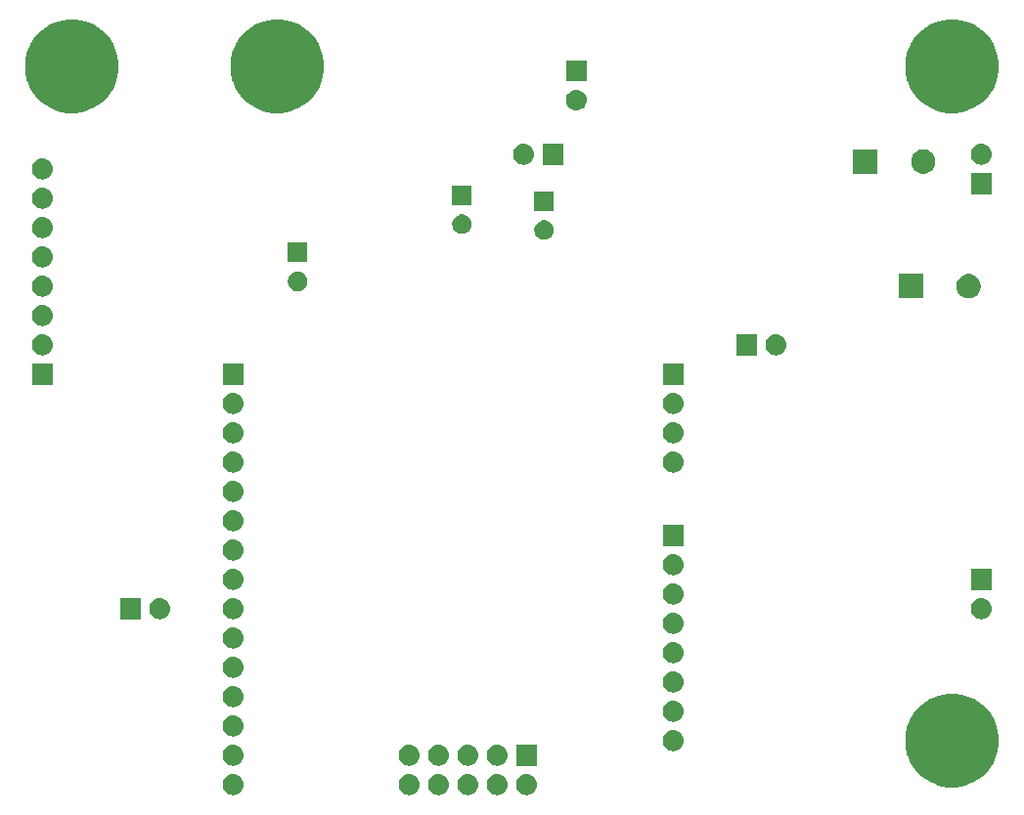
<source format=gbr>
G04 #@! TF.GenerationSoftware,KiCad,Pcbnew,(5.1.4)-1*
G04 #@! TF.CreationDate,2020-01-10T00:36:40-06:00*
G04 #@! TF.ProjectId,Capstone,43617073-746f-46e6-952e-6b696361645f,rev?*
G04 #@! TF.SameCoordinates,Original*
G04 #@! TF.FileFunction,Soldermask,Bot*
G04 #@! TF.FilePolarity,Negative*
%FSLAX46Y46*%
G04 Gerber Fmt 4.6, Leading zero omitted, Abs format (unit mm)*
G04 Created by KiCad (PCBNEW (5.1.4)-1) date 2020-01-10 00:36:40*
%MOMM*%
%LPD*%
G04 APERTURE LIST*
%ADD10C,0.100000*%
G04 APERTURE END LIST*
D10*
G36*
X130920442Y-161665518D02*
G01*
X130986627Y-161672037D01*
X131156466Y-161723557D01*
X131312991Y-161807222D01*
X131348729Y-161836552D01*
X131450186Y-161919814D01*
X131505579Y-161987312D01*
X131562778Y-162057009D01*
X131646443Y-162213534D01*
X131697963Y-162383373D01*
X131715359Y-162560000D01*
X131697963Y-162736627D01*
X131646443Y-162906466D01*
X131562778Y-163062991D01*
X131533448Y-163098729D01*
X131450186Y-163200186D01*
X131348729Y-163283448D01*
X131312991Y-163312778D01*
X131156466Y-163396443D01*
X130986627Y-163447963D01*
X130920442Y-163454482D01*
X130854260Y-163461000D01*
X130765740Y-163461000D01*
X130699558Y-163454482D01*
X130633373Y-163447963D01*
X130463534Y-163396443D01*
X130307009Y-163312778D01*
X130271271Y-163283448D01*
X130169814Y-163200186D01*
X130086552Y-163098729D01*
X130057222Y-163062991D01*
X129973557Y-162906466D01*
X129922037Y-162736627D01*
X129904641Y-162560000D01*
X129922037Y-162383373D01*
X129973557Y-162213534D01*
X130057222Y-162057009D01*
X130114421Y-161987312D01*
X130169814Y-161919814D01*
X130271271Y-161836552D01*
X130307009Y-161807222D01*
X130463534Y-161723557D01*
X130633373Y-161672037D01*
X130699558Y-161665518D01*
X130765740Y-161659000D01*
X130854260Y-161659000D01*
X130920442Y-161665518D01*
X130920442Y-161665518D01*
G37*
G36*
X128380442Y-161665518D02*
G01*
X128446627Y-161672037D01*
X128616466Y-161723557D01*
X128772991Y-161807222D01*
X128808729Y-161836552D01*
X128910186Y-161919814D01*
X128965579Y-161987312D01*
X129022778Y-162057009D01*
X129106443Y-162213534D01*
X129157963Y-162383373D01*
X129175359Y-162560000D01*
X129157963Y-162736627D01*
X129106443Y-162906466D01*
X129022778Y-163062991D01*
X128993448Y-163098729D01*
X128910186Y-163200186D01*
X128808729Y-163283448D01*
X128772991Y-163312778D01*
X128616466Y-163396443D01*
X128446627Y-163447963D01*
X128380442Y-163454482D01*
X128314260Y-163461000D01*
X128225740Y-163461000D01*
X128159558Y-163454482D01*
X128093373Y-163447963D01*
X127923534Y-163396443D01*
X127767009Y-163312778D01*
X127731271Y-163283448D01*
X127629814Y-163200186D01*
X127546552Y-163098729D01*
X127517222Y-163062991D01*
X127433557Y-162906466D01*
X127382037Y-162736627D01*
X127364641Y-162560000D01*
X127382037Y-162383373D01*
X127433557Y-162213534D01*
X127517222Y-162057009D01*
X127574421Y-161987312D01*
X127629814Y-161919814D01*
X127731271Y-161836552D01*
X127767009Y-161807222D01*
X127923534Y-161723557D01*
X128093373Y-161672037D01*
X128159558Y-161665518D01*
X128225740Y-161659000D01*
X128314260Y-161659000D01*
X128380442Y-161665518D01*
X128380442Y-161665518D01*
G37*
G36*
X105520442Y-161665518D02*
G01*
X105586627Y-161672037D01*
X105756466Y-161723557D01*
X105912991Y-161807222D01*
X105948729Y-161836552D01*
X106050186Y-161919814D01*
X106105579Y-161987312D01*
X106162778Y-162057009D01*
X106246443Y-162213534D01*
X106297963Y-162383373D01*
X106315359Y-162560000D01*
X106297963Y-162736627D01*
X106246443Y-162906466D01*
X106162778Y-163062991D01*
X106133448Y-163098729D01*
X106050186Y-163200186D01*
X105948729Y-163283448D01*
X105912991Y-163312778D01*
X105756466Y-163396443D01*
X105586627Y-163447963D01*
X105520442Y-163454482D01*
X105454260Y-163461000D01*
X105365740Y-163461000D01*
X105299558Y-163454482D01*
X105233373Y-163447963D01*
X105063534Y-163396443D01*
X104907009Y-163312778D01*
X104871271Y-163283448D01*
X104769814Y-163200186D01*
X104686552Y-163098729D01*
X104657222Y-163062991D01*
X104573557Y-162906466D01*
X104522037Y-162736627D01*
X104504641Y-162560000D01*
X104522037Y-162383373D01*
X104573557Y-162213534D01*
X104657222Y-162057009D01*
X104714421Y-161987312D01*
X104769814Y-161919814D01*
X104871271Y-161836552D01*
X104907009Y-161807222D01*
X105063534Y-161723557D01*
X105233373Y-161672037D01*
X105299558Y-161665518D01*
X105365740Y-161659000D01*
X105454260Y-161659000D01*
X105520442Y-161665518D01*
X105520442Y-161665518D01*
G37*
G36*
X125840442Y-161665518D02*
G01*
X125906627Y-161672037D01*
X126076466Y-161723557D01*
X126232991Y-161807222D01*
X126268729Y-161836552D01*
X126370186Y-161919814D01*
X126425579Y-161987312D01*
X126482778Y-162057009D01*
X126566443Y-162213534D01*
X126617963Y-162383373D01*
X126635359Y-162560000D01*
X126617963Y-162736627D01*
X126566443Y-162906466D01*
X126482778Y-163062991D01*
X126453448Y-163098729D01*
X126370186Y-163200186D01*
X126268729Y-163283448D01*
X126232991Y-163312778D01*
X126076466Y-163396443D01*
X125906627Y-163447963D01*
X125840442Y-163454482D01*
X125774260Y-163461000D01*
X125685740Y-163461000D01*
X125619558Y-163454482D01*
X125553373Y-163447963D01*
X125383534Y-163396443D01*
X125227009Y-163312778D01*
X125191271Y-163283448D01*
X125089814Y-163200186D01*
X125006552Y-163098729D01*
X124977222Y-163062991D01*
X124893557Y-162906466D01*
X124842037Y-162736627D01*
X124824641Y-162560000D01*
X124842037Y-162383373D01*
X124893557Y-162213534D01*
X124977222Y-162057009D01*
X125034421Y-161987312D01*
X125089814Y-161919814D01*
X125191271Y-161836552D01*
X125227009Y-161807222D01*
X125383534Y-161723557D01*
X125553373Y-161672037D01*
X125619558Y-161665518D01*
X125685740Y-161659000D01*
X125774260Y-161659000D01*
X125840442Y-161665518D01*
X125840442Y-161665518D01*
G37*
G36*
X120760442Y-161665518D02*
G01*
X120826627Y-161672037D01*
X120996466Y-161723557D01*
X121152991Y-161807222D01*
X121188729Y-161836552D01*
X121290186Y-161919814D01*
X121345579Y-161987312D01*
X121402778Y-162057009D01*
X121486443Y-162213534D01*
X121537963Y-162383373D01*
X121555359Y-162560000D01*
X121537963Y-162736627D01*
X121486443Y-162906466D01*
X121402778Y-163062991D01*
X121373448Y-163098729D01*
X121290186Y-163200186D01*
X121188729Y-163283448D01*
X121152991Y-163312778D01*
X120996466Y-163396443D01*
X120826627Y-163447963D01*
X120760442Y-163454482D01*
X120694260Y-163461000D01*
X120605740Y-163461000D01*
X120539558Y-163454482D01*
X120473373Y-163447963D01*
X120303534Y-163396443D01*
X120147009Y-163312778D01*
X120111271Y-163283448D01*
X120009814Y-163200186D01*
X119926552Y-163098729D01*
X119897222Y-163062991D01*
X119813557Y-162906466D01*
X119762037Y-162736627D01*
X119744641Y-162560000D01*
X119762037Y-162383373D01*
X119813557Y-162213534D01*
X119897222Y-162057009D01*
X119954421Y-161987312D01*
X120009814Y-161919814D01*
X120111271Y-161836552D01*
X120147009Y-161807222D01*
X120303534Y-161723557D01*
X120473373Y-161672037D01*
X120539558Y-161665518D01*
X120605740Y-161659000D01*
X120694260Y-161659000D01*
X120760442Y-161665518D01*
X120760442Y-161665518D01*
G37*
G36*
X123300442Y-161665518D02*
G01*
X123366627Y-161672037D01*
X123536466Y-161723557D01*
X123692991Y-161807222D01*
X123728729Y-161836552D01*
X123830186Y-161919814D01*
X123885579Y-161987312D01*
X123942778Y-162057009D01*
X124026443Y-162213534D01*
X124077963Y-162383373D01*
X124095359Y-162560000D01*
X124077963Y-162736627D01*
X124026443Y-162906466D01*
X123942778Y-163062991D01*
X123913448Y-163098729D01*
X123830186Y-163200186D01*
X123728729Y-163283448D01*
X123692991Y-163312778D01*
X123536466Y-163396443D01*
X123366627Y-163447963D01*
X123300442Y-163454482D01*
X123234260Y-163461000D01*
X123145740Y-163461000D01*
X123079558Y-163454482D01*
X123013373Y-163447963D01*
X122843534Y-163396443D01*
X122687009Y-163312778D01*
X122651271Y-163283448D01*
X122549814Y-163200186D01*
X122466552Y-163098729D01*
X122437222Y-163062991D01*
X122353557Y-162906466D01*
X122302037Y-162736627D01*
X122284641Y-162560000D01*
X122302037Y-162383373D01*
X122353557Y-162213534D01*
X122437222Y-162057009D01*
X122494421Y-161987312D01*
X122549814Y-161919814D01*
X122651271Y-161836552D01*
X122687009Y-161807222D01*
X122843534Y-161723557D01*
X123013373Y-161672037D01*
X123079558Y-161665518D01*
X123145740Y-161659000D01*
X123234260Y-161659000D01*
X123300442Y-161665518D01*
X123300442Y-161665518D01*
G37*
G36*
X168821632Y-154854677D02*
G01*
X169027619Y-154940000D01*
X169558868Y-155160050D01*
X170222362Y-155603383D01*
X170786617Y-156167638D01*
X171229950Y-156831132D01*
X171408833Y-157262995D01*
X171535323Y-157568368D01*
X171691000Y-158351010D01*
X171691000Y-159148990D01*
X171535323Y-159931632D01*
X171425559Y-160196625D01*
X171229950Y-160668868D01*
X170786617Y-161332362D01*
X170222362Y-161896617D01*
X169558868Y-162339950D01*
X169127005Y-162518833D01*
X168821632Y-162645323D01*
X168038990Y-162801000D01*
X167241010Y-162801000D01*
X166458368Y-162645323D01*
X166152995Y-162518833D01*
X165721132Y-162339950D01*
X165057638Y-161896617D01*
X164493383Y-161332362D01*
X164050050Y-160668868D01*
X163854441Y-160196625D01*
X163744677Y-159931632D01*
X163589000Y-159148990D01*
X163589000Y-158351010D01*
X163744677Y-157568368D01*
X163871167Y-157262995D01*
X164050050Y-156831132D01*
X164493383Y-156167638D01*
X165057638Y-155603383D01*
X165721132Y-155160050D01*
X166252381Y-154940000D01*
X166458368Y-154854677D01*
X167241010Y-154699000D01*
X168038990Y-154699000D01*
X168821632Y-154854677D01*
X168821632Y-154854677D01*
G37*
G36*
X105520442Y-159125518D02*
G01*
X105586627Y-159132037D01*
X105756466Y-159183557D01*
X105912991Y-159267222D01*
X105948729Y-159296552D01*
X106050186Y-159379814D01*
X106133448Y-159481271D01*
X106162778Y-159517009D01*
X106246443Y-159673534D01*
X106297963Y-159843373D01*
X106315359Y-160020000D01*
X106297963Y-160196627D01*
X106246443Y-160366466D01*
X106162778Y-160522991D01*
X106139011Y-160551951D01*
X106050186Y-160660186D01*
X105948729Y-160743448D01*
X105912991Y-160772778D01*
X105756466Y-160856443D01*
X105586627Y-160907963D01*
X105520442Y-160914482D01*
X105454260Y-160921000D01*
X105365740Y-160921000D01*
X105299558Y-160914482D01*
X105233373Y-160907963D01*
X105063534Y-160856443D01*
X104907009Y-160772778D01*
X104871271Y-160743448D01*
X104769814Y-160660186D01*
X104680989Y-160551951D01*
X104657222Y-160522991D01*
X104573557Y-160366466D01*
X104522037Y-160196627D01*
X104504641Y-160020000D01*
X104522037Y-159843373D01*
X104573557Y-159673534D01*
X104657222Y-159517009D01*
X104686552Y-159481271D01*
X104769814Y-159379814D01*
X104871271Y-159296552D01*
X104907009Y-159267222D01*
X105063534Y-159183557D01*
X105233373Y-159132037D01*
X105299558Y-159125518D01*
X105365740Y-159119000D01*
X105454260Y-159119000D01*
X105520442Y-159125518D01*
X105520442Y-159125518D01*
G37*
G36*
X125840442Y-159125518D02*
G01*
X125906627Y-159132037D01*
X126076466Y-159183557D01*
X126232991Y-159267222D01*
X126268729Y-159296552D01*
X126370186Y-159379814D01*
X126453448Y-159481271D01*
X126482778Y-159517009D01*
X126566443Y-159673534D01*
X126617963Y-159843373D01*
X126635359Y-160020000D01*
X126617963Y-160196627D01*
X126566443Y-160366466D01*
X126482778Y-160522991D01*
X126459011Y-160551951D01*
X126370186Y-160660186D01*
X126268729Y-160743448D01*
X126232991Y-160772778D01*
X126076466Y-160856443D01*
X125906627Y-160907963D01*
X125840442Y-160914482D01*
X125774260Y-160921000D01*
X125685740Y-160921000D01*
X125619558Y-160914482D01*
X125553373Y-160907963D01*
X125383534Y-160856443D01*
X125227009Y-160772778D01*
X125191271Y-160743448D01*
X125089814Y-160660186D01*
X125000989Y-160551951D01*
X124977222Y-160522991D01*
X124893557Y-160366466D01*
X124842037Y-160196627D01*
X124824641Y-160020000D01*
X124842037Y-159843373D01*
X124893557Y-159673534D01*
X124977222Y-159517009D01*
X125006552Y-159481271D01*
X125089814Y-159379814D01*
X125191271Y-159296552D01*
X125227009Y-159267222D01*
X125383534Y-159183557D01*
X125553373Y-159132037D01*
X125619558Y-159125518D01*
X125685740Y-159119000D01*
X125774260Y-159119000D01*
X125840442Y-159125518D01*
X125840442Y-159125518D01*
G37*
G36*
X131711000Y-160921000D02*
G01*
X129909000Y-160921000D01*
X129909000Y-159119000D01*
X131711000Y-159119000D01*
X131711000Y-160921000D01*
X131711000Y-160921000D01*
G37*
G36*
X128380442Y-159125518D02*
G01*
X128446627Y-159132037D01*
X128616466Y-159183557D01*
X128772991Y-159267222D01*
X128808729Y-159296552D01*
X128910186Y-159379814D01*
X128993448Y-159481271D01*
X129022778Y-159517009D01*
X129106443Y-159673534D01*
X129157963Y-159843373D01*
X129175359Y-160020000D01*
X129157963Y-160196627D01*
X129106443Y-160366466D01*
X129022778Y-160522991D01*
X128999011Y-160551951D01*
X128910186Y-160660186D01*
X128808729Y-160743448D01*
X128772991Y-160772778D01*
X128616466Y-160856443D01*
X128446627Y-160907963D01*
X128380442Y-160914482D01*
X128314260Y-160921000D01*
X128225740Y-160921000D01*
X128159558Y-160914482D01*
X128093373Y-160907963D01*
X127923534Y-160856443D01*
X127767009Y-160772778D01*
X127731271Y-160743448D01*
X127629814Y-160660186D01*
X127540989Y-160551951D01*
X127517222Y-160522991D01*
X127433557Y-160366466D01*
X127382037Y-160196627D01*
X127364641Y-160020000D01*
X127382037Y-159843373D01*
X127433557Y-159673534D01*
X127517222Y-159517009D01*
X127546552Y-159481271D01*
X127629814Y-159379814D01*
X127731271Y-159296552D01*
X127767009Y-159267222D01*
X127923534Y-159183557D01*
X128093373Y-159132037D01*
X128159558Y-159125518D01*
X128225740Y-159119000D01*
X128314260Y-159119000D01*
X128380442Y-159125518D01*
X128380442Y-159125518D01*
G37*
G36*
X123300442Y-159125518D02*
G01*
X123366627Y-159132037D01*
X123536466Y-159183557D01*
X123692991Y-159267222D01*
X123728729Y-159296552D01*
X123830186Y-159379814D01*
X123913448Y-159481271D01*
X123942778Y-159517009D01*
X124026443Y-159673534D01*
X124077963Y-159843373D01*
X124095359Y-160020000D01*
X124077963Y-160196627D01*
X124026443Y-160366466D01*
X123942778Y-160522991D01*
X123919011Y-160551951D01*
X123830186Y-160660186D01*
X123728729Y-160743448D01*
X123692991Y-160772778D01*
X123536466Y-160856443D01*
X123366627Y-160907963D01*
X123300442Y-160914482D01*
X123234260Y-160921000D01*
X123145740Y-160921000D01*
X123079558Y-160914482D01*
X123013373Y-160907963D01*
X122843534Y-160856443D01*
X122687009Y-160772778D01*
X122651271Y-160743448D01*
X122549814Y-160660186D01*
X122460989Y-160551951D01*
X122437222Y-160522991D01*
X122353557Y-160366466D01*
X122302037Y-160196627D01*
X122284641Y-160020000D01*
X122302037Y-159843373D01*
X122353557Y-159673534D01*
X122437222Y-159517009D01*
X122466552Y-159481271D01*
X122549814Y-159379814D01*
X122651271Y-159296552D01*
X122687009Y-159267222D01*
X122843534Y-159183557D01*
X123013373Y-159132037D01*
X123079558Y-159125518D01*
X123145740Y-159119000D01*
X123234260Y-159119000D01*
X123300442Y-159125518D01*
X123300442Y-159125518D01*
G37*
G36*
X120760442Y-159125518D02*
G01*
X120826627Y-159132037D01*
X120996466Y-159183557D01*
X121152991Y-159267222D01*
X121188729Y-159296552D01*
X121290186Y-159379814D01*
X121373448Y-159481271D01*
X121402778Y-159517009D01*
X121486443Y-159673534D01*
X121537963Y-159843373D01*
X121555359Y-160020000D01*
X121537963Y-160196627D01*
X121486443Y-160366466D01*
X121402778Y-160522991D01*
X121379011Y-160551951D01*
X121290186Y-160660186D01*
X121188729Y-160743448D01*
X121152991Y-160772778D01*
X120996466Y-160856443D01*
X120826627Y-160907963D01*
X120760442Y-160914482D01*
X120694260Y-160921000D01*
X120605740Y-160921000D01*
X120539558Y-160914482D01*
X120473373Y-160907963D01*
X120303534Y-160856443D01*
X120147009Y-160772778D01*
X120111271Y-160743448D01*
X120009814Y-160660186D01*
X119920989Y-160551951D01*
X119897222Y-160522991D01*
X119813557Y-160366466D01*
X119762037Y-160196627D01*
X119744641Y-160020000D01*
X119762037Y-159843373D01*
X119813557Y-159673534D01*
X119897222Y-159517009D01*
X119926552Y-159481271D01*
X120009814Y-159379814D01*
X120111271Y-159296552D01*
X120147009Y-159267222D01*
X120303534Y-159183557D01*
X120473373Y-159132037D01*
X120539558Y-159125518D01*
X120605740Y-159119000D01*
X120694260Y-159119000D01*
X120760442Y-159125518D01*
X120760442Y-159125518D01*
G37*
G36*
X143620443Y-157855519D02*
G01*
X143686627Y-157862037D01*
X143856466Y-157913557D01*
X144012991Y-157997222D01*
X144048729Y-158026552D01*
X144150186Y-158109814D01*
X144233448Y-158211271D01*
X144262778Y-158247009D01*
X144346443Y-158403534D01*
X144397963Y-158573373D01*
X144415359Y-158750000D01*
X144397963Y-158926627D01*
X144346443Y-159096466D01*
X144262778Y-159252991D01*
X144233448Y-159288729D01*
X144150186Y-159390186D01*
X144048729Y-159473448D01*
X144012991Y-159502778D01*
X143856466Y-159586443D01*
X143686627Y-159637963D01*
X143620442Y-159644482D01*
X143554260Y-159651000D01*
X143465740Y-159651000D01*
X143399558Y-159644482D01*
X143333373Y-159637963D01*
X143163534Y-159586443D01*
X143007009Y-159502778D01*
X142971271Y-159473448D01*
X142869814Y-159390186D01*
X142786552Y-159288729D01*
X142757222Y-159252991D01*
X142673557Y-159096466D01*
X142622037Y-158926627D01*
X142604641Y-158750000D01*
X142622037Y-158573373D01*
X142673557Y-158403534D01*
X142757222Y-158247009D01*
X142786552Y-158211271D01*
X142869814Y-158109814D01*
X142971271Y-158026552D01*
X143007009Y-157997222D01*
X143163534Y-157913557D01*
X143333373Y-157862037D01*
X143399557Y-157855519D01*
X143465740Y-157849000D01*
X143554260Y-157849000D01*
X143620443Y-157855519D01*
X143620443Y-157855519D01*
G37*
G36*
X105520443Y-156585519D02*
G01*
X105586627Y-156592037D01*
X105756466Y-156643557D01*
X105912991Y-156727222D01*
X105948729Y-156756552D01*
X106050186Y-156839814D01*
X106133448Y-156941271D01*
X106162778Y-156977009D01*
X106246443Y-157133534D01*
X106297963Y-157303373D01*
X106315359Y-157480000D01*
X106297963Y-157656627D01*
X106246443Y-157826466D01*
X106162778Y-157982991D01*
X106133448Y-158018729D01*
X106050186Y-158120186D01*
X105948729Y-158203448D01*
X105912991Y-158232778D01*
X105756466Y-158316443D01*
X105586627Y-158367963D01*
X105520442Y-158374482D01*
X105454260Y-158381000D01*
X105365740Y-158381000D01*
X105299558Y-158374482D01*
X105233373Y-158367963D01*
X105063534Y-158316443D01*
X104907009Y-158232778D01*
X104871271Y-158203448D01*
X104769814Y-158120186D01*
X104686552Y-158018729D01*
X104657222Y-157982991D01*
X104573557Y-157826466D01*
X104522037Y-157656627D01*
X104504641Y-157480000D01*
X104522037Y-157303373D01*
X104573557Y-157133534D01*
X104657222Y-156977009D01*
X104686552Y-156941271D01*
X104769814Y-156839814D01*
X104871271Y-156756552D01*
X104907009Y-156727222D01*
X105063534Y-156643557D01*
X105233373Y-156592037D01*
X105299557Y-156585519D01*
X105365740Y-156579000D01*
X105454260Y-156579000D01*
X105520443Y-156585519D01*
X105520443Y-156585519D01*
G37*
G36*
X143620442Y-155315518D02*
G01*
X143686627Y-155322037D01*
X143856466Y-155373557D01*
X144012991Y-155457222D01*
X144048729Y-155486552D01*
X144150186Y-155569814D01*
X144233448Y-155671271D01*
X144262778Y-155707009D01*
X144346443Y-155863534D01*
X144397963Y-156033373D01*
X144415359Y-156210000D01*
X144397963Y-156386627D01*
X144346443Y-156556466D01*
X144262778Y-156712991D01*
X144233448Y-156748729D01*
X144150186Y-156850186D01*
X144048729Y-156933448D01*
X144012991Y-156962778D01*
X143856466Y-157046443D01*
X143686627Y-157097963D01*
X143620443Y-157104481D01*
X143554260Y-157111000D01*
X143465740Y-157111000D01*
X143399557Y-157104481D01*
X143333373Y-157097963D01*
X143163534Y-157046443D01*
X143007009Y-156962778D01*
X142971271Y-156933448D01*
X142869814Y-156850186D01*
X142786552Y-156748729D01*
X142757222Y-156712991D01*
X142673557Y-156556466D01*
X142622037Y-156386627D01*
X142604641Y-156210000D01*
X142622037Y-156033373D01*
X142673557Y-155863534D01*
X142757222Y-155707009D01*
X142786552Y-155671271D01*
X142869814Y-155569814D01*
X142971271Y-155486552D01*
X143007009Y-155457222D01*
X143163534Y-155373557D01*
X143333373Y-155322037D01*
X143399558Y-155315518D01*
X143465740Y-155309000D01*
X143554260Y-155309000D01*
X143620442Y-155315518D01*
X143620442Y-155315518D01*
G37*
G36*
X105520442Y-154045518D02*
G01*
X105586627Y-154052037D01*
X105756466Y-154103557D01*
X105912991Y-154187222D01*
X105948729Y-154216552D01*
X106050186Y-154299814D01*
X106133448Y-154401271D01*
X106162778Y-154437009D01*
X106246443Y-154593534D01*
X106297963Y-154763373D01*
X106315359Y-154940000D01*
X106297963Y-155116627D01*
X106246443Y-155286466D01*
X106162778Y-155442991D01*
X106133448Y-155478729D01*
X106050186Y-155580186D01*
X105948729Y-155663448D01*
X105912991Y-155692778D01*
X105756466Y-155776443D01*
X105586627Y-155827963D01*
X105520442Y-155834482D01*
X105454260Y-155841000D01*
X105365740Y-155841000D01*
X105299558Y-155834482D01*
X105233373Y-155827963D01*
X105063534Y-155776443D01*
X104907009Y-155692778D01*
X104871271Y-155663448D01*
X104769814Y-155580186D01*
X104686552Y-155478729D01*
X104657222Y-155442991D01*
X104573557Y-155286466D01*
X104522037Y-155116627D01*
X104504641Y-154940000D01*
X104522037Y-154763373D01*
X104573557Y-154593534D01*
X104657222Y-154437009D01*
X104686552Y-154401271D01*
X104769814Y-154299814D01*
X104871271Y-154216552D01*
X104907009Y-154187222D01*
X105063534Y-154103557D01*
X105233373Y-154052037D01*
X105299558Y-154045518D01*
X105365740Y-154039000D01*
X105454260Y-154039000D01*
X105520442Y-154045518D01*
X105520442Y-154045518D01*
G37*
G36*
X143620442Y-152775518D02*
G01*
X143686627Y-152782037D01*
X143856466Y-152833557D01*
X144012991Y-152917222D01*
X144048729Y-152946552D01*
X144150186Y-153029814D01*
X144233448Y-153131271D01*
X144262778Y-153167009D01*
X144346443Y-153323534D01*
X144397963Y-153493373D01*
X144415359Y-153670000D01*
X144397963Y-153846627D01*
X144346443Y-154016466D01*
X144262778Y-154172991D01*
X144233448Y-154208729D01*
X144150186Y-154310186D01*
X144048729Y-154393448D01*
X144012991Y-154422778D01*
X143856466Y-154506443D01*
X143686627Y-154557963D01*
X143620443Y-154564481D01*
X143554260Y-154571000D01*
X143465740Y-154571000D01*
X143399557Y-154564481D01*
X143333373Y-154557963D01*
X143163534Y-154506443D01*
X143007009Y-154422778D01*
X142971271Y-154393448D01*
X142869814Y-154310186D01*
X142786552Y-154208729D01*
X142757222Y-154172991D01*
X142673557Y-154016466D01*
X142622037Y-153846627D01*
X142604641Y-153670000D01*
X142622037Y-153493373D01*
X142673557Y-153323534D01*
X142757222Y-153167009D01*
X142786552Y-153131271D01*
X142869814Y-153029814D01*
X142971271Y-152946552D01*
X143007009Y-152917222D01*
X143163534Y-152833557D01*
X143333373Y-152782037D01*
X143399558Y-152775518D01*
X143465740Y-152769000D01*
X143554260Y-152769000D01*
X143620442Y-152775518D01*
X143620442Y-152775518D01*
G37*
G36*
X105520443Y-151505519D02*
G01*
X105586627Y-151512037D01*
X105756466Y-151563557D01*
X105912991Y-151647222D01*
X105948729Y-151676552D01*
X106050186Y-151759814D01*
X106133448Y-151861271D01*
X106162778Y-151897009D01*
X106246443Y-152053534D01*
X106297963Y-152223373D01*
X106315359Y-152400000D01*
X106297963Y-152576627D01*
X106246443Y-152746466D01*
X106162778Y-152902991D01*
X106133448Y-152938729D01*
X106050186Y-153040186D01*
X105948729Y-153123448D01*
X105912991Y-153152778D01*
X105756466Y-153236443D01*
X105586627Y-153287963D01*
X105520443Y-153294481D01*
X105454260Y-153301000D01*
X105365740Y-153301000D01*
X105299557Y-153294481D01*
X105233373Y-153287963D01*
X105063534Y-153236443D01*
X104907009Y-153152778D01*
X104871271Y-153123448D01*
X104769814Y-153040186D01*
X104686552Y-152938729D01*
X104657222Y-152902991D01*
X104573557Y-152746466D01*
X104522037Y-152576627D01*
X104504641Y-152400000D01*
X104522037Y-152223373D01*
X104573557Y-152053534D01*
X104657222Y-151897009D01*
X104686552Y-151861271D01*
X104769814Y-151759814D01*
X104871271Y-151676552D01*
X104907009Y-151647222D01*
X105063534Y-151563557D01*
X105233373Y-151512037D01*
X105299557Y-151505519D01*
X105365740Y-151499000D01*
X105454260Y-151499000D01*
X105520443Y-151505519D01*
X105520443Y-151505519D01*
G37*
G36*
X143620442Y-150235518D02*
G01*
X143686627Y-150242037D01*
X143856466Y-150293557D01*
X144012991Y-150377222D01*
X144048729Y-150406552D01*
X144150186Y-150489814D01*
X144233448Y-150591271D01*
X144262778Y-150627009D01*
X144346443Y-150783534D01*
X144397963Y-150953373D01*
X144415359Y-151130000D01*
X144397963Y-151306627D01*
X144346443Y-151476466D01*
X144262778Y-151632991D01*
X144233448Y-151668729D01*
X144150186Y-151770186D01*
X144048729Y-151853448D01*
X144012991Y-151882778D01*
X143856466Y-151966443D01*
X143686627Y-152017963D01*
X143620442Y-152024482D01*
X143554260Y-152031000D01*
X143465740Y-152031000D01*
X143399558Y-152024482D01*
X143333373Y-152017963D01*
X143163534Y-151966443D01*
X143007009Y-151882778D01*
X142971271Y-151853448D01*
X142869814Y-151770186D01*
X142786552Y-151668729D01*
X142757222Y-151632991D01*
X142673557Y-151476466D01*
X142622037Y-151306627D01*
X142604641Y-151130000D01*
X142622037Y-150953373D01*
X142673557Y-150783534D01*
X142757222Y-150627009D01*
X142786552Y-150591271D01*
X142869814Y-150489814D01*
X142971271Y-150406552D01*
X143007009Y-150377222D01*
X143163534Y-150293557D01*
X143333373Y-150242037D01*
X143399558Y-150235518D01*
X143465740Y-150229000D01*
X143554260Y-150229000D01*
X143620442Y-150235518D01*
X143620442Y-150235518D01*
G37*
G36*
X105520443Y-148965519D02*
G01*
X105586627Y-148972037D01*
X105756466Y-149023557D01*
X105912991Y-149107222D01*
X105948729Y-149136552D01*
X106050186Y-149219814D01*
X106133448Y-149321271D01*
X106162778Y-149357009D01*
X106246443Y-149513534D01*
X106297963Y-149683373D01*
X106315359Y-149860000D01*
X106297963Y-150036627D01*
X106246443Y-150206466D01*
X106162778Y-150362991D01*
X106133448Y-150398729D01*
X106050186Y-150500186D01*
X105948729Y-150583448D01*
X105912991Y-150612778D01*
X105756466Y-150696443D01*
X105586627Y-150747963D01*
X105520443Y-150754481D01*
X105454260Y-150761000D01*
X105365740Y-150761000D01*
X105299557Y-150754481D01*
X105233373Y-150747963D01*
X105063534Y-150696443D01*
X104907009Y-150612778D01*
X104871271Y-150583448D01*
X104769814Y-150500186D01*
X104686552Y-150398729D01*
X104657222Y-150362991D01*
X104573557Y-150206466D01*
X104522037Y-150036627D01*
X104504641Y-149860000D01*
X104522037Y-149683373D01*
X104573557Y-149513534D01*
X104657222Y-149357009D01*
X104686552Y-149321271D01*
X104769814Y-149219814D01*
X104871271Y-149136552D01*
X104907009Y-149107222D01*
X105063534Y-149023557D01*
X105233373Y-148972037D01*
X105299557Y-148965519D01*
X105365740Y-148959000D01*
X105454260Y-148959000D01*
X105520443Y-148965519D01*
X105520443Y-148965519D01*
G37*
G36*
X143620443Y-147695519D02*
G01*
X143686627Y-147702037D01*
X143856466Y-147753557D01*
X144012991Y-147837222D01*
X144048729Y-147866552D01*
X144150186Y-147949814D01*
X144233448Y-148051271D01*
X144262778Y-148087009D01*
X144346443Y-148243534D01*
X144397963Y-148413373D01*
X144415359Y-148590000D01*
X144397963Y-148766627D01*
X144346443Y-148936466D01*
X144262778Y-149092991D01*
X144233448Y-149128729D01*
X144150186Y-149230186D01*
X144048729Y-149313448D01*
X144012991Y-149342778D01*
X143856466Y-149426443D01*
X143686627Y-149477963D01*
X143620442Y-149484482D01*
X143554260Y-149491000D01*
X143465740Y-149491000D01*
X143399558Y-149484482D01*
X143333373Y-149477963D01*
X143163534Y-149426443D01*
X143007009Y-149342778D01*
X142971271Y-149313448D01*
X142869814Y-149230186D01*
X142786552Y-149128729D01*
X142757222Y-149092991D01*
X142673557Y-148936466D01*
X142622037Y-148766627D01*
X142604641Y-148590000D01*
X142622037Y-148413373D01*
X142673557Y-148243534D01*
X142757222Y-148087009D01*
X142786552Y-148051271D01*
X142869814Y-147949814D01*
X142971271Y-147866552D01*
X143007009Y-147837222D01*
X143163534Y-147753557D01*
X143333373Y-147702037D01*
X143399557Y-147695519D01*
X143465740Y-147689000D01*
X143554260Y-147689000D01*
X143620443Y-147695519D01*
X143620443Y-147695519D01*
G37*
G36*
X105520442Y-146425518D02*
G01*
X105586627Y-146432037D01*
X105756466Y-146483557D01*
X105912991Y-146567222D01*
X105948729Y-146596552D01*
X106050186Y-146679814D01*
X106133448Y-146781271D01*
X106162778Y-146817009D01*
X106246443Y-146973534D01*
X106297963Y-147143373D01*
X106315359Y-147320000D01*
X106297963Y-147496627D01*
X106246443Y-147666466D01*
X106162778Y-147822991D01*
X106133448Y-147858729D01*
X106050186Y-147960186D01*
X105948729Y-148043448D01*
X105912991Y-148072778D01*
X105756466Y-148156443D01*
X105586627Y-148207963D01*
X105520442Y-148214482D01*
X105454260Y-148221000D01*
X105365740Y-148221000D01*
X105299558Y-148214482D01*
X105233373Y-148207963D01*
X105063534Y-148156443D01*
X104907009Y-148072778D01*
X104871271Y-148043448D01*
X104769814Y-147960186D01*
X104686552Y-147858729D01*
X104657222Y-147822991D01*
X104573557Y-147666466D01*
X104522037Y-147496627D01*
X104504641Y-147320000D01*
X104522037Y-147143373D01*
X104573557Y-146973534D01*
X104657222Y-146817009D01*
X104686552Y-146781271D01*
X104769814Y-146679814D01*
X104871271Y-146596552D01*
X104907009Y-146567222D01*
X105063534Y-146483557D01*
X105233373Y-146432037D01*
X105299558Y-146425518D01*
X105365740Y-146419000D01*
X105454260Y-146419000D01*
X105520442Y-146425518D01*
X105520442Y-146425518D01*
G37*
G36*
X97421000Y-148221000D02*
G01*
X95619000Y-148221000D01*
X95619000Y-146419000D01*
X97421000Y-146419000D01*
X97421000Y-148221000D01*
X97421000Y-148221000D01*
G37*
G36*
X99170442Y-146425518D02*
G01*
X99236627Y-146432037D01*
X99406466Y-146483557D01*
X99562991Y-146567222D01*
X99598729Y-146596552D01*
X99700186Y-146679814D01*
X99783448Y-146781271D01*
X99812778Y-146817009D01*
X99896443Y-146973534D01*
X99947963Y-147143373D01*
X99965359Y-147320000D01*
X99947963Y-147496627D01*
X99896443Y-147666466D01*
X99812778Y-147822991D01*
X99783448Y-147858729D01*
X99700186Y-147960186D01*
X99598729Y-148043448D01*
X99562991Y-148072778D01*
X99406466Y-148156443D01*
X99236627Y-148207963D01*
X99170442Y-148214482D01*
X99104260Y-148221000D01*
X99015740Y-148221000D01*
X98949558Y-148214482D01*
X98883373Y-148207963D01*
X98713534Y-148156443D01*
X98557009Y-148072778D01*
X98521271Y-148043448D01*
X98419814Y-147960186D01*
X98336552Y-147858729D01*
X98307222Y-147822991D01*
X98223557Y-147666466D01*
X98172037Y-147496627D01*
X98154641Y-147320000D01*
X98172037Y-147143373D01*
X98223557Y-146973534D01*
X98307222Y-146817009D01*
X98336552Y-146781271D01*
X98419814Y-146679814D01*
X98521271Y-146596552D01*
X98557009Y-146567222D01*
X98713534Y-146483557D01*
X98883373Y-146432037D01*
X98949558Y-146425518D01*
X99015740Y-146419000D01*
X99104260Y-146419000D01*
X99170442Y-146425518D01*
X99170442Y-146425518D01*
G37*
G36*
X170290442Y-146425518D02*
G01*
X170356627Y-146432037D01*
X170526466Y-146483557D01*
X170682991Y-146567222D01*
X170718729Y-146596552D01*
X170820186Y-146679814D01*
X170903448Y-146781271D01*
X170932778Y-146817009D01*
X171016443Y-146973534D01*
X171067963Y-147143373D01*
X171085359Y-147320000D01*
X171067963Y-147496627D01*
X171016443Y-147666466D01*
X170932778Y-147822991D01*
X170903448Y-147858729D01*
X170820186Y-147960186D01*
X170718729Y-148043448D01*
X170682991Y-148072778D01*
X170526466Y-148156443D01*
X170356627Y-148207963D01*
X170290442Y-148214482D01*
X170224260Y-148221000D01*
X170135740Y-148221000D01*
X170069558Y-148214482D01*
X170003373Y-148207963D01*
X169833534Y-148156443D01*
X169677009Y-148072778D01*
X169641271Y-148043448D01*
X169539814Y-147960186D01*
X169456552Y-147858729D01*
X169427222Y-147822991D01*
X169343557Y-147666466D01*
X169292037Y-147496627D01*
X169274641Y-147320000D01*
X169292037Y-147143373D01*
X169343557Y-146973534D01*
X169427222Y-146817009D01*
X169456552Y-146781271D01*
X169539814Y-146679814D01*
X169641271Y-146596552D01*
X169677009Y-146567222D01*
X169833534Y-146483557D01*
X170003373Y-146432037D01*
X170069558Y-146425518D01*
X170135740Y-146419000D01*
X170224260Y-146419000D01*
X170290442Y-146425518D01*
X170290442Y-146425518D01*
G37*
G36*
X143620443Y-145155519D02*
G01*
X143686627Y-145162037D01*
X143856466Y-145213557D01*
X144012991Y-145297222D01*
X144048729Y-145326552D01*
X144150186Y-145409814D01*
X144233448Y-145511271D01*
X144262778Y-145547009D01*
X144346443Y-145703534D01*
X144397963Y-145873373D01*
X144415359Y-146050000D01*
X144397963Y-146226627D01*
X144346443Y-146396466D01*
X144262778Y-146552991D01*
X144233448Y-146588729D01*
X144150186Y-146690186D01*
X144048729Y-146773448D01*
X144012991Y-146802778D01*
X143856466Y-146886443D01*
X143686627Y-146937963D01*
X143620442Y-146944482D01*
X143554260Y-146951000D01*
X143465740Y-146951000D01*
X143399558Y-146944482D01*
X143333373Y-146937963D01*
X143163534Y-146886443D01*
X143007009Y-146802778D01*
X142971271Y-146773448D01*
X142869814Y-146690186D01*
X142786552Y-146588729D01*
X142757222Y-146552991D01*
X142673557Y-146396466D01*
X142622037Y-146226627D01*
X142604641Y-146050000D01*
X142622037Y-145873373D01*
X142673557Y-145703534D01*
X142757222Y-145547009D01*
X142786552Y-145511271D01*
X142869814Y-145409814D01*
X142971271Y-145326552D01*
X143007009Y-145297222D01*
X143163534Y-145213557D01*
X143333373Y-145162037D01*
X143399557Y-145155519D01*
X143465740Y-145149000D01*
X143554260Y-145149000D01*
X143620443Y-145155519D01*
X143620443Y-145155519D01*
G37*
G36*
X171081000Y-145681000D02*
G01*
X169279000Y-145681000D01*
X169279000Y-143879000D01*
X171081000Y-143879000D01*
X171081000Y-145681000D01*
X171081000Y-145681000D01*
G37*
G36*
X105520443Y-143885519D02*
G01*
X105586627Y-143892037D01*
X105756466Y-143943557D01*
X105912991Y-144027222D01*
X105948729Y-144056552D01*
X106050186Y-144139814D01*
X106133448Y-144241271D01*
X106162778Y-144277009D01*
X106246443Y-144433534D01*
X106297963Y-144603373D01*
X106315359Y-144780000D01*
X106297963Y-144956627D01*
X106246443Y-145126466D01*
X106162778Y-145282991D01*
X106133448Y-145318729D01*
X106050186Y-145420186D01*
X105948729Y-145503448D01*
X105912991Y-145532778D01*
X105756466Y-145616443D01*
X105586627Y-145667963D01*
X105520443Y-145674481D01*
X105454260Y-145681000D01*
X105365740Y-145681000D01*
X105299557Y-145674481D01*
X105233373Y-145667963D01*
X105063534Y-145616443D01*
X104907009Y-145532778D01*
X104871271Y-145503448D01*
X104769814Y-145420186D01*
X104686552Y-145318729D01*
X104657222Y-145282991D01*
X104573557Y-145126466D01*
X104522037Y-144956627D01*
X104504641Y-144780000D01*
X104522037Y-144603373D01*
X104573557Y-144433534D01*
X104657222Y-144277009D01*
X104686552Y-144241271D01*
X104769814Y-144139814D01*
X104871271Y-144056552D01*
X104907009Y-144027222D01*
X105063534Y-143943557D01*
X105233373Y-143892037D01*
X105299557Y-143885519D01*
X105365740Y-143879000D01*
X105454260Y-143879000D01*
X105520443Y-143885519D01*
X105520443Y-143885519D01*
G37*
G36*
X143620442Y-142615518D02*
G01*
X143686627Y-142622037D01*
X143856466Y-142673557D01*
X144012991Y-142757222D01*
X144048729Y-142786552D01*
X144150186Y-142869814D01*
X144233448Y-142971271D01*
X144262778Y-143007009D01*
X144346443Y-143163534D01*
X144397963Y-143333373D01*
X144415359Y-143510000D01*
X144397963Y-143686627D01*
X144346443Y-143856466D01*
X144262778Y-144012991D01*
X144233448Y-144048729D01*
X144150186Y-144150186D01*
X144048729Y-144233448D01*
X144012991Y-144262778D01*
X143856466Y-144346443D01*
X143686627Y-144397963D01*
X143620443Y-144404481D01*
X143554260Y-144411000D01*
X143465740Y-144411000D01*
X143399557Y-144404481D01*
X143333373Y-144397963D01*
X143163534Y-144346443D01*
X143007009Y-144262778D01*
X142971271Y-144233448D01*
X142869814Y-144150186D01*
X142786552Y-144048729D01*
X142757222Y-144012991D01*
X142673557Y-143856466D01*
X142622037Y-143686627D01*
X142604641Y-143510000D01*
X142622037Y-143333373D01*
X142673557Y-143163534D01*
X142757222Y-143007009D01*
X142786552Y-142971271D01*
X142869814Y-142869814D01*
X142971271Y-142786552D01*
X143007009Y-142757222D01*
X143163534Y-142673557D01*
X143333373Y-142622037D01*
X143399558Y-142615518D01*
X143465740Y-142609000D01*
X143554260Y-142609000D01*
X143620442Y-142615518D01*
X143620442Y-142615518D01*
G37*
G36*
X105520442Y-141345518D02*
G01*
X105586627Y-141352037D01*
X105756466Y-141403557D01*
X105912991Y-141487222D01*
X105948729Y-141516552D01*
X106050186Y-141599814D01*
X106133448Y-141701271D01*
X106162778Y-141737009D01*
X106246443Y-141893534D01*
X106297963Y-142063373D01*
X106315359Y-142240000D01*
X106297963Y-142416627D01*
X106246443Y-142586466D01*
X106162778Y-142742991D01*
X106133448Y-142778729D01*
X106050186Y-142880186D01*
X105948729Y-142963448D01*
X105912991Y-142992778D01*
X105756466Y-143076443D01*
X105586627Y-143127963D01*
X105520443Y-143134481D01*
X105454260Y-143141000D01*
X105365740Y-143141000D01*
X105299557Y-143134481D01*
X105233373Y-143127963D01*
X105063534Y-143076443D01*
X104907009Y-142992778D01*
X104871271Y-142963448D01*
X104769814Y-142880186D01*
X104686552Y-142778729D01*
X104657222Y-142742991D01*
X104573557Y-142586466D01*
X104522037Y-142416627D01*
X104504641Y-142240000D01*
X104522037Y-142063373D01*
X104573557Y-141893534D01*
X104657222Y-141737009D01*
X104686552Y-141701271D01*
X104769814Y-141599814D01*
X104871271Y-141516552D01*
X104907009Y-141487222D01*
X105063534Y-141403557D01*
X105233373Y-141352037D01*
X105299558Y-141345518D01*
X105365740Y-141339000D01*
X105454260Y-141339000D01*
X105520442Y-141345518D01*
X105520442Y-141345518D01*
G37*
G36*
X144411000Y-141871000D02*
G01*
X142609000Y-141871000D01*
X142609000Y-140069000D01*
X144411000Y-140069000D01*
X144411000Y-141871000D01*
X144411000Y-141871000D01*
G37*
G36*
X105520442Y-138805518D02*
G01*
X105586627Y-138812037D01*
X105756466Y-138863557D01*
X105912991Y-138947222D01*
X105948729Y-138976552D01*
X106050186Y-139059814D01*
X106133448Y-139161271D01*
X106162778Y-139197009D01*
X106246443Y-139353534D01*
X106297963Y-139523373D01*
X106315359Y-139700000D01*
X106297963Y-139876627D01*
X106246443Y-140046466D01*
X106162778Y-140202991D01*
X106133448Y-140238729D01*
X106050186Y-140340186D01*
X105948729Y-140423448D01*
X105912991Y-140452778D01*
X105756466Y-140536443D01*
X105586627Y-140587963D01*
X105520442Y-140594482D01*
X105454260Y-140601000D01*
X105365740Y-140601000D01*
X105299558Y-140594482D01*
X105233373Y-140587963D01*
X105063534Y-140536443D01*
X104907009Y-140452778D01*
X104871271Y-140423448D01*
X104769814Y-140340186D01*
X104686552Y-140238729D01*
X104657222Y-140202991D01*
X104573557Y-140046466D01*
X104522037Y-139876627D01*
X104504641Y-139700000D01*
X104522037Y-139523373D01*
X104573557Y-139353534D01*
X104657222Y-139197009D01*
X104686552Y-139161271D01*
X104769814Y-139059814D01*
X104871271Y-138976552D01*
X104907009Y-138947222D01*
X105063534Y-138863557D01*
X105233373Y-138812037D01*
X105299558Y-138805518D01*
X105365740Y-138799000D01*
X105454260Y-138799000D01*
X105520442Y-138805518D01*
X105520442Y-138805518D01*
G37*
G36*
X105520443Y-136265519D02*
G01*
X105586627Y-136272037D01*
X105756466Y-136323557D01*
X105912991Y-136407222D01*
X105948729Y-136436552D01*
X106050186Y-136519814D01*
X106133448Y-136621271D01*
X106162778Y-136657009D01*
X106246443Y-136813534D01*
X106297963Y-136983373D01*
X106315359Y-137160000D01*
X106297963Y-137336627D01*
X106246443Y-137506466D01*
X106162778Y-137662991D01*
X106133448Y-137698729D01*
X106050186Y-137800186D01*
X105948729Y-137883448D01*
X105912991Y-137912778D01*
X105756466Y-137996443D01*
X105586627Y-138047963D01*
X105520442Y-138054482D01*
X105454260Y-138061000D01*
X105365740Y-138061000D01*
X105299558Y-138054482D01*
X105233373Y-138047963D01*
X105063534Y-137996443D01*
X104907009Y-137912778D01*
X104871271Y-137883448D01*
X104769814Y-137800186D01*
X104686552Y-137698729D01*
X104657222Y-137662991D01*
X104573557Y-137506466D01*
X104522037Y-137336627D01*
X104504641Y-137160000D01*
X104522037Y-136983373D01*
X104573557Y-136813534D01*
X104657222Y-136657009D01*
X104686552Y-136621271D01*
X104769814Y-136519814D01*
X104871271Y-136436552D01*
X104907009Y-136407222D01*
X105063534Y-136323557D01*
X105233373Y-136272037D01*
X105299557Y-136265519D01*
X105365740Y-136259000D01*
X105454260Y-136259000D01*
X105520443Y-136265519D01*
X105520443Y-136265519D01*
G37*
G36*
X105520443Y-133725519D02*
G01*
X105586627Y-133732037D01*
X105756466Y-133783557D01*
X105912991Y-133867222D01*
X105948729Y-133896552D01*
X106050186Y-133979814D01*
X106133448Y-134081271D01*
X106162778Y-134117009D01*
X106246443Y-134273534D01*
X106297963Y-134443373D01*
X106315359Y-134620000D01*
X106297963Y-134796627D01*
X106246443Y-134966466D01*
X106162778Y-135122991D01*
X106133448Y-135158729D01*
X106050186Y-135260186D01*
X105948729Y-135343448D01*
X105912991Y-135372778D01*
X105756466Y-135456443D01*
X105586627Y-135507963D01*
X105520443Y-135514481D01*
X105454260Y-135521000D01*
X105365740Y-135521000D01*
X105299557Y-135514481D01*
X105233373Y-135507963D01*
X105063534Y-135456443D01*
X104907009Y-135372778D01*
X104871271Y-135343448D01*
X104769814Y-135260186D01*
X104686552Y-135158729D01*
X104657222Y-135122991D01*
X104573557Y-134966466D01*
X104522037Y-134796627D01*
X104504641Y-134620000D01*
X104522037Y-134443373D01*
X104573557Y-134273534D01*
X104657222Y-134117009D01*
X104686552Y-134081271D01*
X104769814Y-133979814D01*
X104871271Y-133896552D01*
X104907009Y-133867222D01*
X105063534Y-133783557D01*
X105233373Y-133732037D01*
X105299557Y-133725519D01*
X105365740Y-133719000D01*
X105454260Y-133719000D01*
X105520443Y-133725519D01*
X105520443Y-133725519D01*
G37*
G36*
X143620443Y-133725519D02*
G01*
X143686627Y-133732037D01*
X143856466Y-133783557D01*
X144012991Y-133867222D01*
X144048729Y-133896552D01*
X144150186Y-133979814D01*
X144233448Y-134081271D01*
X144262778Y-134117009D01*
X144346443Y-134273534D01*
X144397963Y-134443373D01*
X144415359Y-134620000D01*
X144397963Y-134796627D01*
X144346443Y-134966466D01*
X144262778Y-135122991D01*
X144233448Y-135158729D01*
X144150186Y-135260186D01*
X144048729Y-135343448D01*
X144012991Y-135372778D01*
X143856466Y-135456443D01*
X143686627Y-135507963D01*
X143620443Y-135514481D01*
X143554260Y-135521000D01*
X143465740Y-135521000D01*
X143399557Y-135514481D01*
X143333373Y-135507963D01*
X143163534Y-135456443D01*
X143007009Y-135372778D01*
X142971271Y-135343448D01*
X142869814Y-135260186D01*
X142786552Y-135158729D01*
X142757222Y-135122991D01*
X142673557Y-134966466D01*
X142622037Y-134796627D01*
X142604641Y-134620000D01*
X142622037Y-134443373D01*
X142673557Y-134273534D01*
X142757222Y-134117009D01*
X142786552Y-134081271D01*
X142869814Y-133979814D01*
X142971271Y-133896552D01*
X143007009Y-133867222D01*
X143163534Y-133783557D01*
X143333373Y-133732037D01*
X143399557Y-133725519D01*
X143465740Y-133719000D01*
X143554260Y-133719000D01*
X143620443Y-133725519D01*
X143620443Y-133725519D01*
G37*
G36*
X143620442Y-131185518D02*
G01*
X143686627Y-131192037D01*
X143856466Y-131243557D01*
X144012991Y-131327222D01*
X144048729Y-131356552D01*
X144150186Y-131439814D01*
X144233448Y-131541271D01*
X144262778Y-131577009D01*
X144346443Y-131733534D01*
X144397963Y-131903373D01*
X144415359Y-132080000D01*
X144397963Y-132256627D01*
X144346443Y-132426466D01*
X144262778Y-132582991D01*
X144233448Y-132618729D01*
X144150186Y-132720186D01*
X144048729Y-132803448D01*
X144012991Y-132832778D01*
X143856466Y-132916443D01*
X143686627Y-132967963D01*
X143620443Y-132974481D01*
X143554260Y-132981000D01*
X143465740Y-132981000D01*
X143399557Y-132974481D01*
X143333373Y-132967963D01*
X143163534Y-132916443D01*
X143007009Y-132832778D01*
X142971271Y-132803448D01*
X142869814Y-132720186D01*
X142786552Y-132618729D01*
X142757222Y-132582991D01*
X142673557Y-132426466D01*
X142622037Y-132256627D01*
X142604641Y-132080000D01*
X142622037Y-131903373D01*
X142673557Y-131733534D01*
X142757222Y-131577009D01*
X142786552Y-131541271D01*
X142869814Y-131439814D01*
X142971271Y-131356552D01*
X143007009Y-131327222D01*
X143163534Y-131243557D01*
X143333373Y-131192037D01*
X143399558Y-131185518D01*
X143465740Y-131179000D01*
X143554260Y-131179000D01*
X143620442Y-131185518D01*
X143620442Y-131185518D01*
G37*
G36*
X105520442Y-131185518D02*
G01*
X105586627Y-131192037D01*
X105756466Y-131243557D01*
X105912991Y-131327222D01*
X105948729Y-131356552D01*
X106050186Y-131439814D01*
X106133448Y-131541271D01*
X106162778Y-131577009D01*
X106246443Y-131733534D01*
X106297963Y-131903373D01*
X106315359Y-132080000D01*
X106297963Y-132256627D01*
X106246443Y-132426466D01*
X106162778Y-132582991D01*
X106133448Y-132618729D01*
X106050186Y-132720186D01*
X105948729Y-132803448D01*
X105912991Y-132832778D01*
X105756466Y-132916443D01*
X105586627Y-132967963D01*
X105520443Y-132974481D01*
X105454260Y-132981000D01*
X105365740Y-132981000D01*
X105299557Y-132974481D01*
X105233373Y-132967963D01*
X105063534Y-132916443D01*
X104907009Y-132832778D01*
X104871271Y-132803448D01*
X104769814Y-132720186D01*
X104686552Y-132618729D01*
X104657222Y-132582991D01*
X104573557Y-132426466D01*
X104522037Y-132256627D01*
X104504641Y-132080000D01*
X104522037Y-131903373D01*
X104573557Y-131733534D01*
X104657222Y-131577009D01*
X104686552Y-131541271D01*
X104769814Y-131439814D01*
X104871271Y-131356552D01*
X104907009Y-131327222D01*
X105063534Y-131243557D01*
X105233373Y-131192037D01*
X105299558Y-131185518D01*
X105365740Y-131179000D01*
X105454260Y-131179000D01*
X105520442Y-131185518D01*
X105520442Y-131185518D01*
G37*
G36*
X143620443Y-128645519D02*
G01*
X143686627Y-128652037D01*
X143856466Y-128703557D01*
X144012991Y-128787222D01*
X144048729Y-128816552D01*
X144150186Y-128899814D01*
X144233448Y-129001271D01*
X144262778Y-129037009D01*
X144346443Y-129193534D01*
X144397963Y-129363373D01*
X144415359Y-129540000D01*
X144397963Y-129716627D01*
X144346443Y-129886466D01*
X144262778Y-130042991D01*
X144233448Y-130078729D01*
X144150186Y-130180186D01*
X144048729Y-130263448D01*
X144012991Y-130292778D01*
X143856466Y-130376443D01*
X143686627Y-130427963D01*
X143620443Y-130434481D01*
X143554260Y-130441000D01*
X143465740Y-130441000D01*
X143399557Y-130434481D01*
X143333373Y-130427963D01*
X143163534Y-130376443D01*
X143007009Y-130292778D01*
X142971271Y-130263448D01*
X142869814Y-130180186D01*
X142786552Y-130078729D01*
X142757222Y-130042991D01*
X142673557Y-129886466D01*
X142622037Y-129716627D01*
X142604641Y-129540000D01*
X142622037Y-129363373D01*
X142673557Y-129193534D01*
X142757222Y-129037009D01*
X142786552Y-129001271D01*
X142869814Y-128899814D01*
X142971271Y-128816552D01*
X143007009Y-128787222D01*
X143163534Y-128703557D01*
X143333373Y-128652037D01*
X143399557Y-128645519D01*
X143465740Y-128639000D01*
X143554260Y-128639000D01*
X143620443Y-128645519D01*
X143620443Y-128645519D01*
G37*
G36*
X105520443Y-128645519D02*
G01*
X105586627Y-128652037D01*
X105756466Y-128703557D01*
X105912991Y-128787222D01*
X105948729Y-128816552D01*
X106050186Y-128899814D01*
X106133448Y-129001271D01*
X106162778Y-129037009D01*
X106246443Y-129193534D01*
X106297963Y-129363373D01*
X106315359Y-129540000D01*
X106297963Y-129716627D01*
X106246443Y-129886466D01*
X106162778Y-130042991D01*
X106133448Y-130078729D01*
X106050186Y-130180186D01*
X105948729Y-130263448D01*
X105912991Y-130292778D01*
X105756466Y-130376443D01*
X105586627Y-130427963D01*
X105520443Y-130434481D01*
X105454260Y-130441000D01*
X105365740Y-130441000D01*
X105299557Y-130434481D01*
X105233373Y-130427963D01*
X105063534Y-130376443D01*
X104907009Y-130292778D01*
X104871271Y-130263448D01*
X104769814Y-130180186D01*
X104686552Y-130078729D01*
X104657222Y-130042991D01*
X104573557Y-129886466D01*
X104522037Y-129716627D01*
X104504641Y-129540000D01*
X104522037Y-129363373D01*
X104573557Y-129193534D01*
X104657222Y-129037009D01*
X104686552Y-129001271D01*
X104769814Y-128899814D01*
X104871271Y-128816552D01*
X104907009Y-128787222D01*
X105063534Y-128703557D01*
X105233373Y-128652037D01*
X105299557Y-128645519D01*
X105365740Y-128639000D01*
X105454260Y-128639000D01*
X105520443Y-128645519D01*
X105520443Y-128645519D01*
G37*
G36*
X89801000Y-127901000D02*
G01*
X87999000Y-127901000D01*
X87999000Y-126099000D01*
X89801000Y-126099000D01*
X89801000Y-127901000D01*
X89801000Y-127901000D01*
G37*
G36*
X106311000Y-127901000D02*
G01*
X104509000Y-127901000D01*
X104509000Y-126099000D01*
X106311000Y-126099000D01*
X106311000Y-127901000D01*
X106311000Y-127901000D01*
G37*
G36*
X144411000Y-127901000D02*
G01*
X142609000Y-127901000D01*
X142609000Y-126099000D01*
X144411000Y-126099000D01*
X144411000Y-127901000D01*
X144411000Y-127901000D01*
G37*
G36*
X150761000Y-125361000D02*
G01*
X148959000Y-125361000D01*
X148959000Y-123559000D01*
X150761000Y-123559000D01*
X150761000Y-125361000D01*
X150761000Y-125361000D01*
G37*
G36*
X152510442Y-123565518D02*
G01*
X152576627Y-123572037D01*
X152746466Y-123623557D01*
X152902991Y-123707222D01*
X152938729Y-123736552D01*
X153040186Y-123819814D01*
X153123448Y-123921271D01*
X153152778Y-123957009D01*
X153236443Y-124113534D01*
X153287963Y-124283373D01*
X153305359Y-124460000D01*
X153287963Y-124636627D01*
X153236443Y-124806466D01*
X153152778Y-124962991D01*
X153123448Y-124998729D01*
X153040186Y-125100186D01*
X152938729Y-125183448D01*
X152902991Y-125212778D01*
X152746466Y-125296443D01*
X152576627Y-125347963D01*
X152510442Y-125354482D01*
X152444260Y-125361000D01*
X152355740Y-125361000D01*
X152289558Y-125354482D01*
X152223373Y-125347963D01*
X152053534Y-125296443D01*
X151897009Y-125212778D01*
X151861271Y-125183448D01*
X151759814Y-125100186D01*
X151676552Y-124998729D01*
X151647222Y-124962991D01*
X151563557Y-124806466D01*
X151512037Y-124636627D01*
X151494641Y-124460000D01*
X151512037Y-124283373D01*
X151563557Y-124113534D01*
X151647222Y-123957009D01*
X151676552Y-123921271D01*
X151759814Y-123819814D01*
X151861271Y-123736552D01*
X151897009Y-123707222D01*
X152053534Y-123623557D01*
X152223373Y-123572037D01*
X152289558Y-123565518D01*
X152355740Y-123559000D01*
X152444260Y-123559000D01*
X152510442Y-123565518D01*
X152510442Y-123565518D01*
G37*
G36*
X89010442Y-123565518D02*
G01*
X89076627Y-123572037D01*
X89246466Y-123623557D01*
X89402991Y-123707222D01*
X89438729Y-123736552D01*
X89540186Y-123819814D01*
X89623448Y-123921271D01*
X89652778Y-123957009D01*
X89736443Y-124113534D01*
X89787963Y-124283373D01*
X89805359Y-124460000D01*
X89787963Y-124636627D01*
X89736443Y-124806466D01*
X89652778Y-124962991D01*
X89623448Y-124998729D01*
X89540186Y-125100186D01*
X89438729Y-125183448D01*
X89402991Y-125212778D01*
X89246466Y-125296443D01*
X89076627Y-125347963D01*
X89010442Y-125354482D01*
X88944260Y-125361000D01*
X88855740Y-125361000D01*
X88789558Y-125354482D01*
X88723373Y-125347963D01*
X88553534Y-125296443D01*
X88397009Y-125212778D01*
X88361271Y-125183448D01*
X88259814Y-125100186D01*
X88176552Y-124998729D01*
X88147222Y-124962991D01*
X88063557Y-124806466D01*
X88012037Y-124636627D01*
X87994641Y-124460000D01*
X88012037Y-124283373D01*
X88063557Y-124113534D01*
X88147222Y-123957009D01*
X88176552Y-123921271D01*
X88259814Y-123819814D01*
X88361271Y-123736552D01*
X88397009Y-123707222D01*
X88553534Y-123623557D01*
X88723373Y-123572037D01*
X88789558Y-123565518D01*
X88855740Y-123559000D01*
X88944260Y-123559000D01*
X89010442Y-123565518D01*
X89010442Y-123565518D01*
G37*
G36*
X89010442Y-121025518D02*
G01*
X89076627Y-121032037D01*
X89246466Y-121083557D01*
X89402991Y-121167222D01*
X89438729Y-121196552D01*
X89540186Y-121279814D01*
X89623448Y-121381271D01*
X89652778Y-121417009D01*
X89736443Y-121573534D01*
X89787963Y-121743373D01*
X89805359Y-121920000D01*
X89787963Y-122096627D01*
X89736443Y-122266466D01*
X89652778Y-122422991D01*
X89623448Y-122458729D01*
X89540186Y-122560186D01*
X89438729Y-122643448D01*
X89402991Y-122672778D01*
X89246466Y-122756443D01*
X89076627Y-122807963D01*
X89010443Y-122814481D01*
X88944260Y-122821000D01*
X88855740Y-122821000D01*
X88789557Y-122814481D01*
X88723373Y-122807963D01*
X88553534Y-122756443D01*
X88397009Y-122672778D01*
X88361271Y-122643448D01*
X88259814Y-122560186D01*
X88176552Y-122458729D01*
X88147222Y-122422991D01*
X88063557Y-122266466D01*
X88012037Y-122096627D01*
X87994641Y-121920000D01*
X88012037Y-121743373D01*
X88063557Y-121573534D01*
X88147222Y-121417009D01*
X88176552Y-121381271D01*
X88259814Y-121279814D01*
X88361271Y-121196552D01*
X88397009Y-121167222D01*
X88553534Y-121083557D01*
X88723373Y-121032037D01*
X88789558Y-121025518D01*
X88855740Y-121019000D01*
X88944260Y-121019000D01*
X89010442Y-121025518D01*
X89010442Y-121025518D01*
G37*
G36*
X165135000Y-120431000D02*
G01*
X163033000Y-120431000D01*
X163033000Y-118329000D01*
X165135000Y-118329000D01*
X165135000Y-120431000D01*
X165135000Y-120431000D01*
G37*
G36*
X169390564Y-118369389D02*
G01*
X169581833Y-118448615D01*
X169581835Y-118448616D01*
X169646819Y-118492037D01*
X169753973Y-118563635D01*
X169900365Y-118710027D01*
X170015385Y-118882167D01*
X170094611Y-119073436D01*
X170135000Y-119276484D01*
X170135000Y-119483516D01*
X170094611Y-119686564D01*
X170078083Y-119726466D01*
X170015384Y-119877835D01*
X169900365Y-120049973D01*
X169753973Y-120196365D01*
X169581835Y-120311384D01*
X169581834Y-120311385D01*
X169581833Y-120311385D01*
X169390564Y-120390611D01*
X169187516Y-120431000D01*
X168980484Y-120431000D01*
X168777436Y-120390611D01*
X168586167Y-120311385D01*
X168586166Y-120311385D01*
X168586165Y-120311384D01*
X168414027Y-120196365D01*
X168267635Y-120049973D01*
X168152616Y-119877835D01*
X168089917Y-119726466D01*
X168073389Y-119686564D01*
X168033000Y-119483516D01*
X168033000Y-119276484D01*
X168073389Y-119073436D01*
X168152615Y-118882167D01*
X168267635Y-118710027D01*
X168414027Y-118563635D01*
X168521181Y-118492037D01*
X168586165Y-118448616D01*
X168586167Y-118448615D01*
X168777436Y-118369389D01*
X168980484Y-118329000D01*
X169187516Y-118329000D01*
X169390564Y-118369389D01*
X169390564Y-118369389D01*
G37*
G36*
X89010442Y-118485518D02*
G01*
X89076627Y-118492037D01*
X89246466Y-118543557D01*
X89402991Y-118627222D01*
X89438729Y-118656552D01*
X89540186Y-118739814D01*
X89623448Y-118841271D01*
X89652778Y-118877009D01*
X89736443Y-119033534D01*
X89787963Y-119203373D01*
X89805359Y-119380000D01*
X89787963Y-119556627D01*
X89736443Y-119726466D01*
X89652778Y-119882991D01*
X89623448Y-119918729D01*
X89540186Y-120020186D01*
X89438729Y-120103448D01*
X89402991Y-120132778D01*
X89246466Y-120216443D01*
X89076627Y-120267963D01*
X89010442Y-120274482D01*
X88944260Y-120281000D01*
X88855740Y-120281000D01*
X88789558Y-120274482D01*
X88723373Y-120267963D01*
X88553534Y-120216443D01*
X88397009Y-120132778D01*
X88361271Y-120103448D01*
X88259814Y-120020186D01*
X88176552Y-119918729D01*
X88147222Y-119882991D01*
X88063557Y-119726466D01*
X88012037Y-119556627D01*
X87994641Y-119380000D01*
X88012037Y-119203373D01*
X88063557Y-119033534D01*
X88147222Y-118877009D01*
X88176552Y-118841271D01*
X88259814Y-118739814D01*
X88361271Y-118656552D01*
X88397009Y-118627222D01*
X88553534Y-118543557D01*
X88723373Y-118492037D01*
X88789558Y-118485518D01*
X88855740Y-118479000D01*
X88944260Y-118479000D01*
X89010442Y-118485518D01*
X89010442Y-118485518D01*
G37*
G36*
X111246228Y-118140703D02*
G01*
X111401100Y-118204853D01*
X111540481Y-118297985D01*
X111659015Y-118416519D01*
X111752147Y-118555900D01*
X111816297Y-118710772D01*
X111849000Y-118875184D01*
X111849000Y-119042816D01*
X111816297Y-119207228D01*
X111752147Y-119362100D01*
X111659015Y-119501481D01*
X111540481Y-119620015D01*
X111401100Y-119713147D01*
X111246228Y-119777297D01*
X111081816Y-119810000D01*
X110914184Y-119810000D01*
X110749772Y-119777297D01*
X110594900Y-119713147D01*
X110455519Y-119620015D01*
X110336985Y-119501481D01*
X110243853Y-119362100D01*
X110179703Y-119207228D01*
X110147000Y-119042816D01*
X110147000Y-118875184D01*
X110179703Y-118710772D01*
X110243853Y-118555900D01*
X110336985Y-118416519D01*
X110455519Y-118297985D01*
X110594900Y-118204853D01*
X110749772Y-118140703D01*
X110914184Y-118108000D01*
X111081816Y-118108000D01*
X111246228Y-118140703D01*
X111246228Y-118140703D01*
G37*
G36*
X89010442Y-115945518D02*
G01*
X89076627Y-115952037D01*
X89246466Y-116003557D01*
X89402991Y-116087222D01*
X89438729Y-116116552D01*
X89540186Y-116199814D01*
X89623448Y-116301271D01*
X89652778Y-116337009D01*
X89736443Y-116493534D01*
X89787963Y-116663373D01*
X89805359Y-116840000D01*
X89787963Y-117016627D01*
X89736443Y-117186466D01*
X89652778Y-117342991D01*
X89623448Y-117378729D01*
X89540186Y-117480186D01*
X89438729Y-117563448D01*
X89402991Y-117592778D01*
X89246466Y-117676443D01*
X89076627Y-117727963D01*
X89010442Y-117734482D01*
X88944260Y-117741000D01*
X88855740Y-117741000D01*
X88789558Y-117734482D01*
X88723373Y-117727963D01*
X88553534Y-117676443D01*
X88397009Y-117592778D01*
X88361271Y-117563448D01*
X88259814Y-117480186D01*
X88176552Y-117378729D01*
X88147222Y-117342991D01*
X88063557Y-117186466D01*
X88012037Y-117016627D01*
X87994641Y-116840000D01*
X88012037Y-116663373D01*
X88063557Y-116493534D01*
X88147222Y-116337009D01*
X88176552Y-116301271D01*
X88259814Y-116199814D01*
X88361271Y-116116552D01*
X88397009Y-116087222D01*
X88553534Y-116003557D01*
X88723373Y-115952037D01*
X88789558Y-115945518D01*
X88855740Y-115939000D01*
X88944260Y-115939000D01*
X89010442Y-115945518D01*
X89010442Y-115945518D01*
G37*
G36*
X111849000Y-117310000D02*
G01*
X110147000Y-117310000D01*
X110147000Y-115608000D01*
X111849000Y-115608000D01*
X111849000Y-117310000D01*
X111849000Y-117310000D01*
G37*
G36*
X132582228Y-113695703D02*
G01*
X132737100Y-113759853D01*
X132876481Y-113852985D01*
X132995015Y-113971519D01*
X133088147Y-114110900D01*
X133152297Y-114265772D01*
X133185000Y-114430184D01*
X133185000Y-114597816D01*
X133152297Y-114762228D01*
X133088147Y-114917100D01*
X132995015Y-115056481D01*
X132876481Y-115175015D01*
X132737100Y-115268147D01*
X132582228Y-115332297D01*
X132417816Y-115365000D01*
X132250184Y-115365000D01*
X132085772Y-115332297D01*
X131930900Y-115268147D01*
X131791519Y-115175015D01*
X131672985Y-115056481D01*
X131579853Y-114917100D01*
X131515703Y-114762228D01*
X131483000Y-114597816D01*
X131483000Y-114430184D01*
X131515703Y-114265772D01*
X131579853Y-114110900D01*
X131672985Y-113971519D01*
X131791519Y-113852985D01*
X131930900Y-113759853D01*
X132085772Y-113695703D01*
X132250184Y-113663000D01*
X132417816Y-113663000D01*
X132582228Y-113695703D01*
X132582228Y-113695703D01*
G37*
G36*
X89010443Y-113405519D02*
G01*
X89076627Y-113412037D01*
X89246466Y-113463557D01*
X89402991Y-113547222D01*
X89438729Y-113576552D01*
X89540186Y-113659814D01*
X89620576Y-113757771D01*
X89652778Y-113797009D01*
X89652779Y-113797011D01*
X89719687Y-113922185D01*
X89736443Y-113953534D01*
X89787963Y-114123373D01*
X89805359Y-114300000D01*
X89787963Y-114476627D01*
X89736443Y-114646466D01*
X89652778Y-114802991D01*
X89635294Y-114824295D01*
X89540186Y-114940186D01*
X89438729Y-115023448D01*
X89402991Y-115052778D01*
X89246466Y-115136443D01*
X89076627Y-115187963D01*
X89010442Y-115194482D01*
X88944260Y-115201000D01*
X88855740Y-115201000D01*
X88789558Y-115194482D01*
X88723373Y-115187963D01*
X88553534Y-115136443D01*
X88397009Y-115052778D01*
X88361271Y-115023448D01*
X88259814Y-114940186D01*
X88164706Y-114824295D01*
X88147222Y-114802991D01*
X88063557Y-114646466D01*
X88012037Y-114476627D01*
X87994641Y-114300000D01*
X88012037Y-114123373D01*
X88063557Y-113953534D01*
X88080314Y-113922185D01*
X88147221Y-113797011D01*
X88147222Y-113797009D01*
X88179424Y-113757771D01*
X88259814Y-113659814D01*
X88361271Y-113576552D01*
X88397009Y-113547222D01*
X88553534Y-113463557D01*
X88723373Y-113412037D01*
X88789557Y-113405519D01*
X88855740Y-113399000D01*
X88944260Y-113399000D01*
X89010443Y-113405519D01*
X89010443Y-113405519D01*
G37*
G36*
X125470228Y-113187703D02*
G01*
X125625100Y-113251853D01*
X125764481Y-113344985D01*
X125883015Y-113463519D01*
X125976147Y-113602900D01*
X126040297Y-113757772D01*
X126073000Y-113922184D01*
X126073000Y-114089816D01*
X126040297Y-114254228D01*
X125976147Y-114409100D01*
X125883015Y-114548481D01*
X125764481Y-114667015D01*
X125625100Y-114760147D01*
X125470228Y-114824297D01*
X125305816Y-114857000D01*
X125138184Y-114857000D01*
X124973772Y-114824297D01*
X124818900Y-114760147D01*
X124679519Y-114667015D01*
X124560985Y-114548481D01*
X124467853Y-114409100D01*
X124403703Y-114254228D01*
X124371000Y-114089816D01*
X124371000Y-113922184D01*
X124403703Y-113757772D01*
X124467853Y-113602900D01*
X124560985Y-113463519D01*
X124679519Y-113344985D01*
X124818900Y-113251853D01*
X124973772Y-113187703D01*
X125138184Y-113155000D01*
X125305816Y-113155000D01*
X125470228Y-113187703D01*
X125470228Y-113187703D01*
G37*
G36*
X133185000Y-112865000D02*
G01*
X131483000Y-112865000D01*
X131483000Y-111163000D01*
X133185000Y-111163000D01*
X133185000Y-112865000D01*
X133185000Y-112865000D01*
G37*
G36*
X89010442Y-110865518D02*
G01*
X89076627Y-110872037D01*
X89246466Y-110923557D01*
X89402991Y-111007222D01*
X89438729Y-111036552D01*
X89540186Y-111119814D01*
X89623448Y-111221271D01*
X89652778Y-111257009D01*
X89736443Y-111413534D01*
X89787963Y-111583373D01*
X89805359Y-111760000D01*
X89787963Y-111936627D01*
X89736443Y-112106466D01*
X89652778Y-112262991D01*
X89623448Y-112298729D01*
X89540186Y-112400186D01*
X89438729Y-112483448D01*
X89402991Y-112512778D01*
X89246466Y-112596443D01*
X89076627Y-112647963D01*
X89010442Y-112654482D01*
X88944260Y-112661000D01*
X88855740Y-112661000D01*
X88789558Y-112654482D01*
X88723373Y-112647963D01*
X88553534Y-112596443D01*
X88397009Y-112512778D01*
X88361271Y-112483448D01*
X88259814Y-112400186D01*
X88176552Y-112298729D01*
X88147222Y-112262991D01*
X88063557Y-112106466D01*
X88012037Y-111936627D01*
X87994641Y-111760000D01*
X88012037Y-111583373D01*
X88063557Y-111413534D01*
X88147222Y-111257009D01*
X88176552Y-111221271D01*
X88259814Y-111119814D01*
X88361271Y-111036552D01*
X88397009Y-111007222D01*
X88553534Y-110923557D01*
X88723373Y-110872037D01*
X88789558Y-110865518D01*
X88855740Y-110859000D01*
X88944260Y-110859000D01*
X89010442Y-110865518D01*
X89010442Y-110865518D01*
G37*
G36*
X126073000Y-112357000D02*
G01*
X124371000Y-112357000D01*
X124371000Y-110655000D01*
X126073000Y-110655000D01*
X126073000Y-112357000D01*
X126073000Y-112357000D01*
G37*
G36*
X171081000Y-111391000D02*
G01*
X169279000Y-111391000D01*
X169279000Y-109589000D01*
X171081000Y-109589000D01*
X171081000Y-111391000D01*
X171081000Y-111391000D01*
G37*
G36*
X89010443Y-108325519D02*
G01*
X89076627Y-108332037D01*
X89246466Y-108383557D01*
X89402991Y-108467222D01*
X89438729Y-108496552D01*
X89540186Y-108579814D01*
X89623448Y-108681271D01*
X89652778Y-108717009D01*
X89736443Y-108873534D01*
X89787963Y-109043373D01*
X89805359Y-109220000D01*
X89787963Y-109396627D01*
X89736443Y-109566466D01*
X89652778Y-109722991D01*
X89623448Y-109758729D01*
X89540186Y-109860186D01*
X89438729Y-109943448D01*
X89402991Y-109972778D01*
X89246466Y-110056443D01*
X89076627Y-110107963D01*
X89010443Y-110114481D01*
X88944260Y-110121000D01*
X88855740Y-110121000D01*
X88789557Y-110114481D01*
X88723373Y-110107963D01*
X88553534Y-110056443D01*
X88397009Y-109972778D01*
X88361271Y-109943448D01*
X88259814Y-109860186D01*
X88176552Y-109758729D01*
X88147222Y-109722991D01*
X88063557Y-109566466D01*
X88012037Y-109396627D01*
X87994641Y-109220000D01*
X88012037Y-109043373D01*
X88063557Y-108873534D01*
X88147222Y-108717009D01*
X88176552Y-108681271D01*
X88259814Y-108579814D01*
X88361271Y-108496552D01*
X88397009Y-108467222D01*
X88553534Y-108383557D01*
X88723373Y-108332037D01*
X88789557Y-108325519D01*
X88855740Y-108319000D01*
X88944260Y-108319000D01*
X89010443Y-108325519D01*
X89010443Y-108325519D01*
G37*
G36*
X165453564Y-107574389D02*
G01*
X165644833Y-107653615D01*
X165644835Y-107653616D01*
X165816973Y-107768635D01*
X165963365Y-107915027D01*
X166078385Y-108087167D01*
X166157611Y-108278436D01*
X166198000Y-108481484D01*
X166198000Y-108688516D01*
X166157611Y-108891564D01*
X166094730Y-109043373D01*
X166078384Y-109082835D01*
X165963365Y-109254973D01*
X165816973Y-109401365D01*
X165644835Y-109516384D01*
X165644834Y-109516385D01*
X165644833Y-109516385D01*
X165453564Y-109595611D01*
X165250516Y-109636000D01*
X165043484Y-109636000D01*
X164840436Y-109595611D01*
X164649167Y-109516385D01*
X164649166Y-109516385D01*
X164649165Y-109516384D01*
X164477027Y-109401365D01*
X164330635Y-109254973D01*
X164215616Y-109082835D01*
X164199270Y-109043373D01*
X164136389Y-108891564D01*
X164096000Y-108688516D01*
X164096000Y-108481484D01*
X164136389Y-108278436D01*
X164215615Y-108087167D01*
X164330635Y-107915027D01*
X164477027Y-107768635D01*
X164649165Y-107653616D01*
X164649167Y-107653615D01*
X164840436Y-107574389D01*
X165043484Y-107534000D01*
X165250516Y-107534000D01*
X165453564Y-107574389D01*
X165453564Y-107574389D01*
G37*
G36*
X161198000Y-109636000D02*
G01*
X159096000Y-109636000D01*
X159096000Y-107534000D01*
X161198000Y-107534000D01*
X161198000Y-109636000D01*
X161198000Y-109636000D01*
G37*
G36*
X170290442Y-107055518D02*
G01*
X170356627Y-107062037D01*
X170526466Y-107113557D01*
X170682991Y-107197222D01*
X170718729Y-107226552D01*
X170820186Y-107309814D01*
X170903448Y-107411271D01*
X170932778Y-107447009D01*
X171016443Y-107603534D01*
X171067963Y-107773373D01*
X171085359Y-107950000D01*
X171067963Y-108126627D01*
X171016443Y-108296466D01*
X170932778Y-108452991D01*
X170903448Y-108488729D01*
X170820186Y-108590186D01*
X170718729Y-108673448D01*
X170682991Y-108702778D01*
X170526466Y-108786443D01*
X170356627Y-108837963D01*
X170290442Y-108844482D01*
X170224260Y-108851000D01*
X170135740Y-108851000D01*
X170069558Y-108844482D01*
X170003373Y-108837963D01*
X169833534Y-108786443D01*
X169677009Y-108702778D01*
X169641271Y-108673448D01*
X169539814Y-108590186D01*
X169456552Y-108488729D01*
X169427222Y-108452991D01*
X169343557Y-108296466D01*
X169292037Y-108126627D01*
X169274641Y-107950000D01*
X169292037Y-107773373D01*
X169343557Y-107603534D01*
X169427222Y-107447009D01*
X169456552Y-107411271D01*
X169539814Y-107309814D01*
X169641271Y-107226552D01*
X169677009Y-107197222D01*
X169833534Y-107113557D01*
X170003373Y-107062037D01*
X170069558Y-107055518D01*
X170135740Y-107049000D01*
X170224260Y-107049000D01*
X170290442Y-107055518D01*
X170290442Y-107055518D01*
G37*
G36*
X130666442Y-107055518D02*
G01*
X130732627Y-107062037D01*
X130902466Y-107113557D01*
X131058991Y-107197222D01*
X131094729Y-107226552D01*
X131196186Y-107309814D01*
X131279448Y-107411271D01*
X131308778Y-107447009D01*
X131392443Y-107603534D01*
X131443963Y-107773373D01*
X131461359Y-107950000D01*
X131443963Y-108126627D01*
X131392443Y-108296466D01*
X131308778Y-108452991D01*
X131279448Y-108488729D01*
X131196186Y-108590186D01*
X131094729Y-108673448D01*
X131058991Y-108702778D01*
X130902466Y-108786443D01*
X130732627Y-108837963D01*
X130666442Y-108844482D01*
X130600260Y-108851000D01*
X130511740Y-108851000D01*
X130445558Y-108844482D01*
X130379373Y-108837963D01*
X130209534Y-108786443D01*
X130053009Y-108702778D01*
X130017271Y-108673448D01*
X129915814Y-108590186D01*
X129832552Y-108488729D01*
X129803222Y-108452991D01*
X129719557Y-108296466D01*
X129668037Y-108126627D01*
X129650641Y-107950000D01*
X129668037Y-107773373D01*
X129719557Y-107603534D01*
X129803222Y-107447009D01*
X129832552Y-107411271D01*
X129915814Y-107309814D01*
X130017271Y-107226552D01*
X130053009Y-107197222D01*
X130209534Y-107113557D01*
X130379373Y-107062037D01*
X130445558Y-107055518D01*
X130511740Y-107049000D01*
X130600260Y-107049000D01*
X130666442Y-107055518D01*
X130666442Y-107055518D01*
G37*
G36*
X133997000Y-108851000D02*
G01*
X132195000Y-108851000D01*
X132195000Y-107049000D01*
X133997000Y-107049000D01*
X133997000Y-108851000D01*
X133997000Y-108851000D01*
G37*
G36*
X168821632Y-96434677D02*
G01*
X169127005Y-96561167D01*
X169558868Y-96740050D01*
X170222362Y-97183383D01*
X170786617Y-97747638D01*
X171229950Y-98411132D01*
X171244389Y-98445992D01*
X171535323Y-99148368D01*
X171691000Y-99931010D01*
X171691000Y-100728990D01*
X171535323Y-101511632D01*
X171493749Y-101612000D01*
X171229950Y-102248868D01*
X170786617Y-102912362D01*
X170222362Y-103476617D01*
X169558868Y-103919950D01*
X169154503Y-104087443D01*
X168821632Y-104225323D01*
X168038990Y-104381000D01*
X167241010Y-104381000D01*
X166458368Y-104225323D01*
X166125497Y-104087443D01*
X165721132Y-103919950D01*
X165057638Y-103476617D01*
X164493383Y-102912362D01*
X164050050Y-102248868D01*
X163786251Y-101612000D01*
X163744677Y-101511632D01*
X163589000Y-100728990D01*
X163589000Y-99931010D01*
X163744677Y-99148368D01*
X164035611Y-98445992D01*
X164050050Y-98411132D01*
X164493383Y-97747638D01*
X165057638Y-97183383D01*
X165721132Y-96740050D01*
X166152995Y-96561167D01*
X166458368Y-96434677D01*
X167241010Y-96279000D01*
X168038990Y-96279000D01*
X168821632Y-96434677D01*
X168821632Y-96434677D01*
G37*
G36*
X110401632Y-96434677D02*
G01*
X110707005Y-96561167D01*
X111138868Y-96740050D01*
X111802362Y-97183383D01*
X112366617Y-97747638D01*
X112809950Y-98411132D01*
X112824389Y-98445992D01*
X113115323Y-99148368D01*
X113271000Y-99931010D01*
X113271000Y-100728990D01*
X113115323Y-101511632D01*
X113073749Y-101612000D01*
X112809950Y-102248868D01*
X112366617Y-102912362D01*
X111802362Y-103476617D01*
X111138868Y-103919950D01*
X110734503Y-104087443D01*
X110401632Y-104225323D01*
X109618990Y-104381000D01*
X108821010Y-104381000D01*
X108038368Y-104225323D01*
X107705497Y-104087443D01*
X107301132Y-103919950D01*
X106637638Y-103476617D01*
X106073383Y-102912362D01*
X105630050Y-102248868D01*
X105366251Y-101612000D01*
X105324677Y-101511632D01*
X105169000Y-100728990D01*
X105169000Y-99931010D01*
X105324677Y-99148368D01*
X105615611Y-98445992D01*
X105630050Y-98411132D01*
X106073383Y-97747638D01*
X106637638Y-97183383D01*
X107301132Y-96740050D01*
X107732995Y-96561167D01*
X108038368Y-96434677D01*
X108821010Y-96279000D01*
X109618990Y-96279000D01*
X110401632Y-96434677D01*
X110401632Y-96434677D01*
G37*
G36*
X92621632Y-96434677D02*
G01*
X92927005Y-96561167D01*
X93358868Y-96740050D01*
X94022362Y-97183383D01*
X94586617Y-97747638D01*
X95029950Y-98411132D01*
X95044389Y-98445992D01*
X95335323Y-99148368D01*
X95491000Y-99931010D01*
X95491000Y-100728990D01*
X95335323Y-101511632D01*
X95293749Y-101612000D01*
X95029950Y-102248868D01*
X94586617Y-102912362D01*
X94022362Y-103476617D01*
X93358868Y-103919950D01*
X92954503Y-104087443D01*
X92621632Y-104225323D01*
X91838990Y-104381000D01*
X91041010Y-104381000D01*
X90258368Y-104225323D01*
X89925497Y-104087443D01*
X89521132Y-103919950D01*
X88857638Y-103476617D01*
X88293383Y-102912362D01*
X87850050Y-102248868D01*
X87586251Y-101612000D01*
X87544677Y-101511632D01*
X87389000Y-100728990D01*
X87389000Y-99931010D01*
X87544677Y-99148368D01*
X87835611Y-98445992D01*
X87850050Y-98411132D01*
X88293383Y-97747638D01*
X88857638Y-97183383D01*
X89521132Y-96740050D01*
X89952995Y-96561167D01*
X90258368Y-96434677D01*
X91041010Y-96279000D01*
X91838990Y-96279000D01*
X92621632Y-96434677D01*
X92621632Y-96434677D01*
G37*
G36*
X135238442Y-102356518D02*
G01*
X135304627Y-102363037D01*
X135474466Y-102414557D01*
X135630991Y-102498222D01*
X135666729Y-102527552D01*
X135768186Y-102610814D01*
X135851448Y-102712271D01*
X135880778Y-102748009D01*
X135964443Y-102904534D01*
X136015963Y-103074373D01*
X136033359Y-103251000D01*
X136015963Y-103427627D01*
X135964443Y-103597466D01*
X135880778Y-103753991D01*
X135864373Y-103773980D01*
X135768186Y-103891186D01*
X135666729Y-103974448D01*
X135630991Y-104003778D01*
X135474466Y-104087443D01*
X135304627Y-104138963D01*
X135238443Y-104145481D01*
X135172260Y-104152000D01*
X135083740Y-104152000D01*
X135017558Y-104145482D01*
X134951373Y-104138963D01*
X134781534Y-104087443D01*
X134625009Y-104003778D01*
X134589271Y-103974448D01*
X134487814Y-103891186D01*
X134391627Y-103773980D01*
X134375222Y-103753991D01*
X134291557Y-103597466D01*
X134240037Y-103427627D01*
X134222641Y-103251000D01*
X134240037Y-103074373D01*
X134291557Y-102904534D01*
X134375222Y-102748009D01*
X134404552Y-102712271D01*
X134487814Y-102610814D01*
X134589271Y-102527552D01*
X134625009Y-102498222D01*
X134781534Y-102414557D01*
X134951373Y-102363037D01*
X135017557Y-102356519D01*
X135083740Y-102350000D01*
X135172260Y-102350000D01*
X135238442Y-102356518D01*
X135238442Y-102356518D01*
G37*
G36*
X136029000Y-101612000D02*
G01*
X134227000Y-101612000D01*
X134227000Y-99810000D01*
X136029000Y-99810000D01*
X136029000Y-101612000D01*
X136029000Y-101612000D01*
G37*
M02*

</source>
